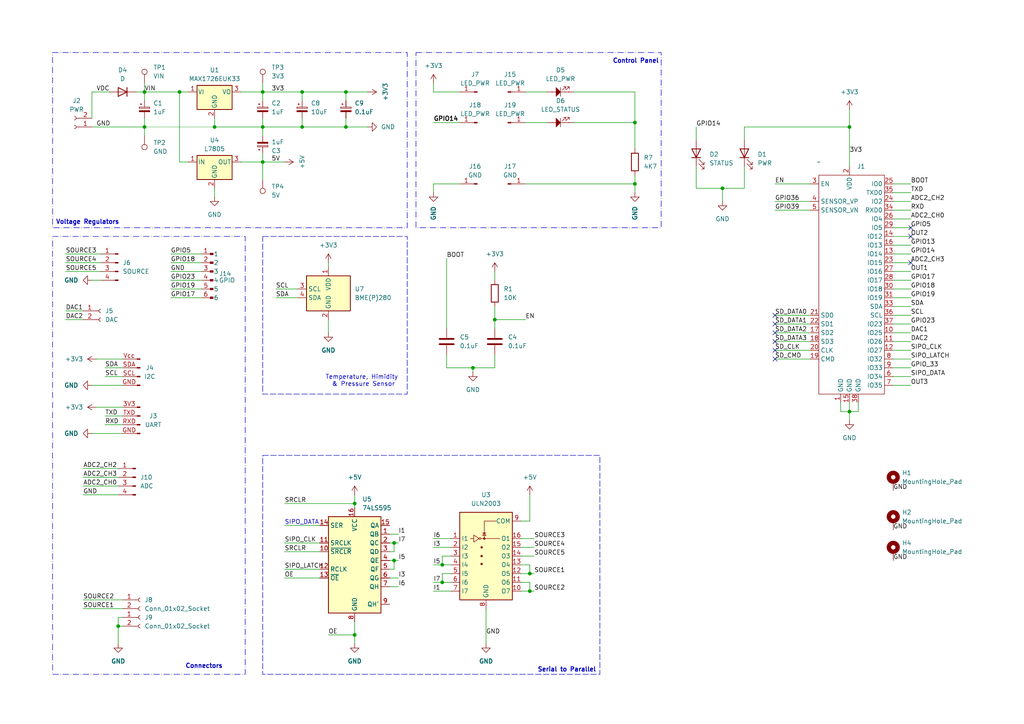
<source format=kicad_sch>
(kicad_sch (version 20231120) (generator "eeschema") (generator_version "8.0")
  (paper "A4")
  (junction (at 595.63 139.7))
  (junction (at 102.87 184.15))
  (junction (at 87.63 26.67))
  (junction (at 388.62 22.86))
  (junction (at 62.23 36.83))
  (junction (at 153.67 166.37))
  (junction (at 76.2 36.83))
  (junction (at 184.15 35.56))
  (junction (at 358.14 30.48))
  (junction (at 153.67 171.45))
  (junction (at 128.27 168.91))
  (junction (at 100.33 36.83))
  (junction (at 595.63 116.84))
  (junction (at 595.63 132.08))
  (junction (at 595.63 124.46))
  (junction (at 246.38 36.83))
  (junction (at 41.91 36.83))
  (junction (at 52.07 26.67))
  (junction (at 478.79 156.21))
  (junction (at 76.2 46.99))
  (junction (at 114.3 157.48))
  (junction (at 377.19 151.13))
  (junction (at 246.38 119.38))
  (junction (at 114.3 162.56))
  (junction (at 347.98 54.61))
  (junction (at 401.32 163.83))
  (junction (at 143.51 92.71))
  (junction (at 495.3 168.91))
  (junction (at 100.33 26.67))
  (junction (at 76.2 26.67))
  (junction (at 595.63 128.27))
  (junction (at 41.91 26.67))
  (junction (at 87.63 36.83))
  (junction (at 102.87 146.05))
  (junction (at 184.15 53.34))
  (junction (at 449.58 99.06))
  (junction (at 495.3 156.21))
  (junction (at 137.16 106.68))
  (junction (at 358.14 22.86))
  (junction (at 209.55 54.61))
  (junction (at 595.63 135.89))
  (junction (at 374.65 30.48))
  (junction (at 595.63 120.65))
  (junction (at 128.27 163.83))
  (junction (at 34.29 181.61))
  (no_connect (at 224.79 96.52))
  (no_connect (at 224.79 104.14))
  (no_connect (at 361.95 113.03))
  (no_connect (at 224.79 99.06))
  (no_connect (at 264.16 66.04))
  (no_connect (at 264.16 76.2))
  (no_connect (at 264.16 68.58))
  (no_connect (at 224.79 93.98))
  (no_connect (at 224.79 101.6))
  (no_connect (at 224.79 91.44))
  (wire (pts (xy 478.79 168.91) (xy 476.25 168.91)))
  (wire (pts (xy 114.3 162.56) (xy 114.3 165.1)))
  (wire (pts (xy 259.08 58.42) (xy 264.16 58.42)))
  (wire (pts (xy 62.23 54.61) (xy 62.23 57.15)))
  (wire (pts (xy 52.07 26.67) (xy 54.61 26.67)))
  (wire (pts (xy 588.01 135.89) (xy 595.63 135.89)))
  (wire (pts (xy 558.8 53.34) (xy 568.96 53.34)))
  (wire (pts (xy 113.03 162.56) (xy 114.3 162.56)))
  (wire (pts (xy 224.79 101.6) (xy 234.95 101.6)))
  (wire (pts (xy 34.29 179.07) (xy 34.29 181.61)))
  (wire (pts (xy 30.48 109.22) (xy 35.56 109.22)))
  (wire (pts (xy 151.13 171.45) (xy 153.67 171.45)))
  (wire (pts (xy 41.91 36.83) (xy 62.23 36.83)) (stroke (width 0.0254)))
  (wire (pts (xy 558.8 55.88) (xy 568.96 55.88)))
  (wire (pts (xy 358.14 171.45) (xy 361.95 171.45)))
  (wire (pts (xy 102.87 180.34) (xy 102.87 184.15)))
  (wire (pts (xy 82.55 157.48) (xy 92.71 157.48)))
  (wire (pts (xy 572.77 120.65) (xy 580.39 120.65)))
  (wire (pts (xy 184.15 26.67) (xy 184.15 35.56)))
  (wire (pts (xy 615.95 24.13) (xy 622.3 24.13)))
  (wire (pts (xy 588.01 124.46) (xy 595.63 124.46)))
  (wire (pts (xy 184.15 50.8) (xy 184.15 53.34)))
  (wire (pts (xy 24.13 173.99) (xy 35.56 173.99)))
  (wire (pts (xy 129.54 106.68) (xy 137.16 106.68)))
  (wire (pts (xy 595.63 139.7) (xy 595.63 143.51)))
  (wire (pts (xy 41.91 26.67) (xy 52.07 26.67)))
  (wire (pts (xy 341.63 52.07) (xy 354.33 52.07)))
  (wire (pts (xy 259.08 63.5) (xy 264.16 63.5)))
  (wire (pts (xy 209.55 54.61) (xy 215.9 54.61)))
  (wire (pts (xy 588.01 120.65) (xy 595.63 120.65)))
  (wire (pts (xy 495.3 158.75) (xy 495.3 156.21)))
  (wire (pts (xy 377.19 151.13) (xy 382.27 151.13)))
  (wire (pts (xy 224.79 99.06) (xy 234.95 99.06)))
  (wire (pts (xy 54.61 46.99) (xy 52.07 46.99)))
  (wire (pts (xy 30.48 120.65) (xy 35.56 120.65)))
  (wire (pts (xy 508 91.44) (xy 515.62 91.44)))
  (wire (pts (xy 495.3 156.21) (xy 504.19 156.21)))
  (wire (pts (xy 623.57 62.23) (xy 635 62.23)))
  (wire (pts (xy 24.13 140.97) (xy 34.29 140.97)))
  (wire (pts (xy 401.32 142.24) (xy 401.32 146.05)))
  (wire (pts (xy 82.55 160.02) (xy 92.71 160.02)))
  (wire (pts (xy 246.38 31.75) (xy 246.38 36.83)))
  (wire (pts (xy 259.08 78.74) (xy 264.16 78.74)))
  (wire (pts (xy 128.27 163.83) (xy 130.81 163.83)))
  (wire (pts (xy 128.27 168.91) (xy 130.81 168.91)))
  (wire (pts (xy 259.08 81.28) (xy 264.16 81.28)))
  (wire (pts (xy 615.95 26.67) (xy 622.3 26.67)))
  (wire (pts (xy 615.95 19.05) (xy 622.3 19.05)))
  (wire (pts (xy 623.57 57.15) (xy 635 57.15)))
  (wire (pts (xy 353.06 22.86) (xy 358.14 22.86)))
  (wire (pts (xy 27.94 104.14) (xy 35.56 104.14)))
  (wire (pts (xy 153.67 171.45) (xy 154.94 171.45)))
  (wire (pts (xy 572.77 128.27) (xy 580.39 128.27)))
  (wire (pts (xy 125.73 156.21) (xy 130.81 156.21)))
  (wire (pts (xy 389.89 151.13) (xy 393.7 151.13)))
  (wire (pts (xy 452.12 95.25) (xy 452.12 99.06)))
  (wire (pts (xy 62.23 34.29) (xy 62.23 36.83)))
  (wire (pts (xy 100.33 36.83) (xy 106.68 36.83)))
  (wire (pts (xy 151.13 156.21) (xy 154.94 156.21)))
  (wire (pts (xy 29.21 78.74) (xy 19.05 78.74)))
  (wire (pts (xy 551.22 22.73) (xy 558.84 22.73)))
  (wire (pts (xy 243.84 119.38) (xy 246.38 119.38)))
  (wire (pts (xy 114.3 157.48) (xy 115.57 157.48)))
  (wire (pts (xy 125.73 26.67) (xy 125.73 24.13)))
  (wire (pts (xy 76.2 34.29) (xy 76.2 36.83)))
  (wire (pts (xy 29.21 73.66) (xy 19.05 73.66)))
  (wire (pts (xy 259.08 53.34) (xy 264.16 53.34)))
  (wire (pts (xy 87.63 26.67) (xy 87.63 29.21)))
  (wire (pts (xy 374.65 30.48) (xy 374.65 34.29)))
  (wire (pts (xy 49.53 81.28) (xy 58.42 81.28)))
  (wire (pts (xy 595.63 120.65) (xy 595.63 124.46)))
  (wire (pts (xy 153.67 151.13) (xy 151.13 151.13)))
  (wire (pts (xy 461.01 67.31) (xy 466.09 67.31)))
  (wire (pts (xy 201.93 36.83) (xy 201.93 40.64)))
  (wire (pts (xy 340.36 22.86) (xy 345.44 22.86)))
  (wire (pts (xy 49.53 83.82) (xy 58.42 83.82)))
  (wire (pts (xy 151.13 168.91) (xy 153.67 168.91)))
  (wire (pts (xy 26.67 81.28) (xy 29.21 81.28)))
  (wire (pts (xy 102.87 146.05) (xy 102.87 147.32)))
  (wire (pts (xy 595.63 128.27) (xy 595.63 132.08)))
  (wire (pts (xy 458.47 168.91) (xy 461.01 168.91)))
  (wire (pts (xy 595.63 116.84) (xy 595.63 120.65)))
  (wire (pts (xy 504.19 163.83) (xy 504.19 168.91)))
  (wire (pts (xy 631.19 8.89) (xy 631.19 12.7)))
  (wire (pts (xy 125.73 53.34) (xy 125.73 55.88)))
  (wire (pts (xy 234.95 53.34) (xy 224.79 53.34)))
  (wire (pts (xy 358.14 173.99) (xy 361.95 173.99)))
  (wire (pts (xy 166.37 35.56) (xy 184.15 35.56)))
  (wire (pts (xy 133.35 26.67) (xy 125.73 26.67)))
  (wire (pts (xy 102.87 143.51) (xy 102.87 146.05)))
  (wire (pts (xy 26.67 26.67) (xy 31.75 26.67)))
  (wire (pts (xy 243.84 116.84) (xy 243.84 119.38)))
  (wire (pts (xy 434.34 55.88) (xy 438.15 55.88)))
  (wire (pts (xy 588.01 132.08) (xy 595.63 132.08)))
  (wire (pts (xy 41.91 39.37) (xy 41.91 36.83)))
  (wire (pts (xy 19.05 90.17) (xy 24.13 90.17)))
  (wire (pts (xy 224.79 60.96) (xy 234.95 60.96)))
  (wire (pts (xy 504.19 161.29) (xy 506.73 161.29)))
  (wire (pts (xy 49.53 76.2) (xy 58.42 76.2)))
  (wire (pts (xy 34.29 181.61) (xy 35.56 181.61)))
  (wire (pts (xy 27.94 118.11) (xy 35.56 118.11)))
  (wire (pts (xy 41.91 26.67) (xy 41.91 29.21)))
  (wire (pts (xy 143.51 88.9) (xy 143.51 92.71)))
  (wire (pts (xy 143.51 92.71) (xy 152.4 92.71)))
  (wire (pts (xy 153.67 163.83) (xy 153.67 166.37)))
  (wire (pts (xy 259.08 106.68) (xy 264.16 106.68)))
  (wire (pts (xy 41.91 34.29) (xy 41.91 36.83)))
  (wire (pts (xy 209.55 58.42) (xy 209.55 54.61)))
  (wire (pts (xy 152.4 35.56) (xy 158.75 35.56)))
  (wire (pts (xy 224.79 93.98) (xy 234.95 93.98)))
  (wire (pts (xy 153.67 143.51) (xy 153.67 151.13)))
  (wire (pts (xy 24.13 176.53) (xy 35.56 176.53)))
  (wire (pts (xy 486.41 173.99) (xy 487.68 173.99)))
  (wire (pts (xy 224.79 91.44) (xy 234.95 91.44)))
  (wire (pts (xy 113.03 160.02) (xy 114.3 160.02)))
  (wire (pts (xy 361.95 118.11) (xy 373.38 118.11)))
  (wire (pts (xy 113.03 167.64) (xy 115.57 167.64)))
  (wire (pts (xy 215.9 48.26) (xy 215.9 54.61)))
  (wire (pts (xy 52.07 26.67) (xy 52.07 46.99)))
  (wire (pts (xy 259.08 101.6) (xy 264.16 101.6)))
  (wire (pts (xy 342.9 113.03) (xy 346.71 113.03)))
  (wire (pts (xy 35.56 179.07) (xy 34.29 179.07)))
  (wire (pts (xy 76.2 46.99) (xy 82.55 46.99)))
  (wire (pts (xy 41.91 24.13) (xy 41.91 26.67)))
  (wire (pts (xy 76.2 36.83) (xy 87.63 36.83)))
  (wire (pts (xy 588.01 128.27) (xy 595.63 128.27)))
  (wire (pts (xy 259.08 104.14) (xy 264.16 104.14)))
  (wire (pts (xy 152.4 26.67) (xy 158.75 26.67)))
  (wire (pts (xy 567.73 10.03) (xy 567.73 13.84)))
  (wire (pts (xy 151.13 161.29) (xy 154.94 161.29)))
  (wire (pts (xy 401.32 156.21) (xy 401.32 163.83)))
  (wire (pts (xy 631.19 33.02) (xy 631.19 35.56)))
  (wire (pts (xy 259.08 93.98) (xy 264.16 93.98)))
  (wire (pts (xy 461.01 69.85) (xy 466.09 69.85)))
  (wire (pts (xy 143.51 102.87) (xy 143.51 106.68)))
  (wire (pts (xy 215.9 36.83) (xy 215.9 40.64)))
  (wire (pts (xy 82.55 152.4) (xy 92.71 152.4)))
  (wire (pts (xy 504.19 156.21) (xy 504.19 161.29)))
  (wire (pts (xy 623.57 66.04) (xy 623.57 62.23)))
  (wire (pts (xy 80.01 86.36) (xy 86.36 86.36)))
  (wire (pts (xy 151.13 163.83) (xy 153.67 163.83)))
  (wire (pts (xy 35.56 111.76) (xy 26.67 111.76)))
  (wire (pts (xy 151.13 158.75) (xy 154.94 158.75)))
  (wire (pts (xy 495.3 156.21) (xy 478.79 156.21)))
  (wire (pts (xy 30.48 123.19) (xy 35.56 123.19)))
  (wire (pts (xy 476.25 173.99) (xy 478.79 173.99)))
  (wire (pts (xy 125.73 35.56) (xy 133.35 35.56)))
  (wire (pts (xy 87.63 26.67) (xy 100.33 26.67)))
  (wire (pts (xy 595.63 113.03) (xy 595.63 116.84)))
  (wire (pts (xy 201.93 54.61) (xy 209.55 54.61)))
  (wire (pts (xy 76.2 36.83) (xy 76.2 39.37)))
  (wire (pts (xy 259.08 55.88) (xy 264.16 55.88)))
  (wire (pts (xy 452.12 99.06) (xy 449.58 99.06)))
  (wire (pts (xy 259.08 99.06) (xy 264.16 99.06)))
  (wire (pts (xy 461.01 62.23) (xy 466.09 62.23)))
  (wire (pts (xy 143.51 92.71) (xy 143.51 95.25)))
  (wire (pts (xy 201.93 48.26) (xy 201.93 54.61)))
  (wire (pts (xy 102.87 184.15) (xy 102.87 186.69)))
  (wire (pts (xy 449.58 95.25) (xy 449.58 99.06)))
  (wire (pts (xy 448.31 27.94) (xy 448.31 31.75)))
  (wire (pts (xy 434.34 58.42) (xy 438.15 58.42)))
  (wire (pts (xy 551.22 20.19) (xy 558.84 20.19)))
  (wire (pts (xy 100.33 26.67) (xy 100.33 29.21)))
  (wire (pts (xy 623.57 59.69) (xy 635 59.69)))
  (wire (pts (xy 358.14 166.37) (xy 361.95 166.37)))
  (wire (pts (xy 358.14 24.13) (xy 358.14 22.86)))
  (wire (pts (xy 623.57 54.61) (xy 635 54.61)))
  (wire (pts (xy 388.62 30.48) (xy 374.65 30.48)))
  (wire (pts (xy 588.01 139.7) (xy 595.63 139.7)))
  (wire (pts (xy 62.23 36.83) (xy 76.2 36.83)))
  (wire (pts (xy 401.32 163.83) (xy 401.32 172.72)))
  (wire (pts (xy 358.14 168.91) (xy 361.95 168.91)))
  (wire (pts (xy 361.95 115.57) (xy 373.38 115.57)))
  (wire (pts (xy 259.08 86.36) (xy 264.16 86.36)))
  (wire (pts (xy 224.79 104.14) (xy 234.95 104.14)))
  (wire (pts (xy 561.34 48.26) (xy 568.96 48.26)))
  (wire (pts (xy 449.58 99.06) (xy 449.58 101.6)))
  (wire (pts (xy 76.2 29.21) (xy 76.2 26.67)))
  (wire (pts (xy 80.01 83.82) (xy 86.36 83.82)))
  (wire (pts (xy 259.08 60.96) (xy 264.16 60.96)))
  (wire (pts (xy 76.2 46.99) (xy 76.2 52.07)))
  (wire (pts (xy 342.9 30.48) (xy 358.14 30.48)))
  (wire (pts (xy 125.73 168.91) (xy 128.27 168.91)))
  (wire (pts (xy 572.77 135.89) (xy 580.39 135.89)))
  (wire (pts (xy 259.08 71.12) (xy 264.16 71.12)))
  (wire (pts (xy 259.08 88.9) (xy 264.16 88.9)))
  (wire (pts (xy 340.36 25.4) (xy 342.9 25.4)))
  (wire (pts (xy 341.63 49.53) (xy 347.98 49.53)))
  (wire (pts (xy 347.98 49.53) (xy 347.98 54.61)))
  (wire (pts (xy 26.67 36.83) (xy 41.91 36.83)))
  (wire (pts (xy 401.32 163.83) (xy 393.7 163.83)))
  (wire (pts (xy 24.13 138.43) (xy 34.29 138.43)))
  (wire (pts (xy 125.73 53.34) (xy 133.35 53.34)))
  (wire (pts (xy 558.8 58.42) (xy 558.8 55.88)))
  (wire (pts (xy 125.73 171.45) (xy 130.81 171.45)))
  (wire (pts (xy 377.19 142.24) (xy 377.19 151.13)))
  (wire (pts (xy 382.27 22.86) (xy 388.62 22.86)))
  (wire (pts (xy 572.77 116.84) (xy 580.39 116.84)))
  (wire (pts (xy 224.79 58.42) (xy 234.95 58.42)))
  (wire (pts (xy 495.3 179.07) (xy 495.3 182.88)))
  (wire (pts (xy 113.03 154.94) (xy 115.57 154.94)))
  (wire (pts (xy 35.56 125.73) (xy 26.67 125.73)))
  (wire (pts (xy 572.77 124.46) (xy 580.39 124.46)))
  (wire (pts (xy 259.08 76.2) (xy 264.16 76.2)))
  (wire (pts (xy 504.19 88.9) (xy 515.62 88.9)))
  (wire (pts (xy 100.33 34.29) (xy 100.33 36.83)))
  (wire (pts (xy 506.73 163.83) (xy 504.19 163.83)))
  (wire (pts (xy 327.66 113.03) (xy 335.28 113.03)))
  (wire (pts (xy 95.25 76.2) (xy 95.25 77.47)))
  (wire (pts (xy 49.53 86.36) (xy 58.42 86.36)))
  (wire (pts (xy 246.38 119.38) (xy 246.38 121.92)))
  (wire (pts (xy 259.08 68.58) (xy 264.16 68.58)))
  (wire (pts (xy 259.08 96.52) (xy 264.16 96.52)))
  (wire (pts (xy 595.63 135.89) (xy 595.63 139.7)))
  (wire (pts (xy 259.08 111.76) (xy 264.16 111.76)))
  (wire (pts (xy 478.79 156.21) (xy 478.79 168.91)))
  (wire (pts (xy 76.2 44.45) (xy 76.2 46.99)))
  (wire (pts (xy 125.73 158.75) (xy 130.81 158.75)))
  (wire (pts (xy 82.55 165.1) (xy 92.71 165.1)))
  (wire (pts (xy 246.38 36.83) (xy 246.38 48.26)))
  (wire (pts (xy 129.54 74.93) (xy 129.54 95.25)))
  (wire (pts (xy 572.77 139.7) (xy 580.39 139.7)))
  (wire (pts (xy 626.11 49.53) (xy 635 49.53)))
  (wire (pts (xy 384.81 163.83) (xy 386.08 163.83)))
  (wire (pts (xy 461.01 72.39) (xy 466.09 72.39)))
  (wire (pts (xy 344.17 123.19) (xy 344.17 118.11)))
  (wire (pts (xy 184.15 53.34) (xy 184.15 55.88)))
  (wire (pts (xy 153.67 168.91) (xy 153.67 171.45)))
  (wire (pts (xy 455.93 173.99) (xy 461.01 173.99)))
  (wire (pts (xy 69.85 46.99) (xy 76.2 46.99)))
  (wire (pts (xy 69.85 26.67) (xy 76.2 26.67)))
  (wire (pts (xy 388.62 29.21) (xy 388.62 30.48)))
  (wire (pts (xy 342.9 25.4) (xy 342.9 30.48)))
  (wire (pts (xy 347.98 54.61) (xy 347.98 60.96)))
  (wire (pts (xy 19.05 92.71) (xy 24.13 92.71)))
  (wire (pts (xy 34.29 181.61) (xy 34.29 186.69)))
  (wire (pts (xy 82.55 146.05) (xy 102.87 146.05)))
  (wire (pts (xy 248.92 119.38) (xy 246.38 119.38)))
  (wire (pts (xy 377.19 168.91) (xy 377.19 172.72)))
  (wire (pts (xy 341.63 54.61) (xy 347.98 54.61)))
  (wire (pts (xy 153.67 166.37) (xy 154.94 166.37)))
  (wire (pts (xy 440.69 168.91) (xy 450.85 168.91)))
  (wire (pts (xy 259.08 66.04) (xy 264.16 66.04)))
  (wire (pts (xy 113.03 157.48) (xy 114.3 157.48)))
  (wire (pts (xy 259.08 109.22) (xy 264.16 109.22)))
  (wire (pts (xy 358.14 163.83) (xy 361.95 163.83)))
  (wire (pts (xy 388.62 24.13) (xy 388.62 22.86)))
  (wire (pts (xy 623.57 52.07) (xy 635 52.07)))
  (wire (pts (xy 248.92 116.84) (xy 248.92 119.38)))
  (wire (pts (xy 588.01 113.03) (xy 595.63 113.03)))
  (wire (pts (xy 588.01 116.84) (xy 595.63 116.84)))
  (wire (pts (xy 34.29 135.89) (xy 24.13 135.89)))
  (wire (pts (xy 447.04 99.06) (xy 449.58 99.06)))
  (wire (pts (xy 558.8 50.8) (xy 568.96 50.8)))
  (wire (pts (xy 447.04 95.25) (xy 447.04 99.06)))
  (wire (pts (xy 184.15 35.56) (xy 184.15 43.18)))
  (wire (pts (xy 95.25 184.15) (xy 102.87 184.15)))
  (wire (pts (xy 259.08 83.82) (xy 264.16 83.82)))
  (wire (pts (xy 76.2 24.13) (xy 76.2 26.67)))
  (wire (pts (xy 130.81 166.37) (xy 128.27 166.37)))
  (wire (pts (xy 259.08 73.66) (xy 264.16 73.66)))
  (wire (pts (xy 130.81 161.29) (xy 128.27 161.29)))
  (wire (pts (xy 358.14 22.86) (xy 367.03 22.86)))
  (wire (pts (xy 388.62 22.86) (xy 396.24 22.86)))
  (wire (pts (xy 461.01 44.45) (xy 466.09 44.45)))
  (wire (pts (xy 358.14 30.48) (xy 374.65 30.48)))
  (wire (pts (xy 143.51 78.74) (xy 143.51 81.28)))
  (wire (pts (xy 495.3 166.37) (xy 495.3 168.91)))
  (wire (pts (xy 125.73 163.83) (xy 128.27 163.83)))
  (wire (pts (xy 87.63 34.29) (xy 87.63 36.83)))
  (wire (pts (xy 358.14 29.21) (xy 358.14 30.48)))
  (wire (pts (xy 49.53 73.66) (xy 58.42 73.66)))
  (wire (pts (xy 30.48 106.68) (xy 35.56 106.68)))
  (wire (pts (xy 259.08 91.44) (xy 264.16 91.44)))
  (wire (pts (xy 26.67 26.67) (xy 26.67 34.29)))
  (wire (pts (xy 615.95 21.59) (xy 622.3 21.59)))
  (wire (pts (xy 358.14 161.29) (xy 361.95 161.29)))
  (wire (pts (xy 152.4 53.34) (xy 184.15 53.34)))
  (wire (pts (xy 137.16 106.68) (xy 137.16 107.95)))
  (wire (pts (xy 24.13 143.51) (xy 34.29 143.51)))
  (wire (pts (xy 224.79 96.52) (xy 234.95 96.52)))
  (wire (pts (xy 377.19 151.13) (xy 377.19 158.75)))
  (wire (pts (xy 572.77 132.08) (xy 580.39 132.08)))
  (wire (pts (xy 128.27 161.29) (xy 128.27 163.83)))
  (wire (pts (xy 113.03 165.1) (xy 114.3 165.1)))
  (wire (pts (xy 113.03 170.18) (xy 115.57 170.18)))
  (wire (pts (xy 95.25 92.71) (xy 95.25 96.52)))
  (wire (pts (xy 567.73 29.08) (xy 567.73 34.16)))
  (wire (pts (xy 595.63 124.46) (xy 595.63 128.27)))
  (wire (pts (xy 129.54 102.87) (xy 129.54 106.68)))
  (wire (pts (xy 478.79 153.67) (xy 478.79 156.21)))
  (wire (pts (xy 151.13 166.37) (xy 153.67 166.37)))
  (wire (pts (xy 140.97 176.53) (xy 140.97 186.69)))
  (wire (pts (xy 76.2 26.67) (xy 87.63 26.67)))
  (wire (pts (xy 450.85 27.94) (xy 450.85 31.75)))
  (wire (pts (xy 49.53 78.74) (xy 58.42 78.74)))
  (wire (pts (xy 29.21 76.2) (xy 19.05 76.2)))
  (wire (pts (xy 344.17 118.11) (xy 346.71 118.11)))
  (wire (pts (xy 137.16 106.68) (xy 143.51 106.68)))
  (wire (pts (xy 215.9 36.83) (xy 246.38 36.83)))
  (wire (pts (xy 504.19 168.91) (xy 495.3 168.91)))
  (wire (pts (xy 114.3 162.56) (xy 115.57 162.56)))
  (wire (pts (xy 455.93 182.88) (xy 455.93 173.99)))
  (wire (pts (xy 128.27 166.37) (xy 128.27 168.91)))
  (wire (pts (xy 246.38 116.84) (xy 246.38 119.38)))
  (wire (pts (xy 595.63 132.08) (xy 595.63 135.89)))
  (wire (pts (xy 114.3 160.02) (xy 114.3 157.48)))
  (wire (pts (xy 580.39 113.03) (xy 572.77 113.03)))
  (wire (pts (xy 166.37 26.67) (xy 184.15 26.67)))
  (wire (pts (xy 87.63 36.83) (xy 100.33 36.83)))
  (wire (pts (xy 461.01 64.77) (xy 466.09 64.77)))
  (wire (pts (xy 100.33 26.67) (xy 106.68 26.67)))
  (wire (pts (xy 39.37 26.67) (xy 41.91 26.67)))
  (wire (pts (xy 82.55 167.64) (xy 92.71 167.64)))
  (rectangle (start 328.93 137.16) (end 412.75 186.69) (stroke (width 0) (type dash_dot)))
  (rectangle (start 76.2 132.08) (end 173.99 195.58) (stroke (width 0) (type dash)))
  (rectangle (start 15.24 68.58) (end 71.12 195.58) (stroke (width 0) (type dash_dot)))
  (rectangle (start 76.2 68.58) (end 118.11 114.3) (stroke (width 0) (type dash)))
  (rectangle (start 120.65 15.24) (end 191.77 66.04) (stroke (width 0) (type dash_dot)))
  (rectangle (start 15.24 15.24) (end 118.11 66.04) (stroke (width 0) (type dash_dot)))
  (text "Voltage Regulators" (at 25.4 63.754 0) (effects (font (size 1.27 1.27) (thickness 0.254) (bold yes)) (justify top)))
  (text "UART Programmer" (at 401.828 184.912 0) (effects (font (size 1.27 1.27))))
  (text "Control Panel " (at 184.912 17.78 0) (effects (font (size 1.27 1.27) (thickness 0.254) (bold yes))))
  (text "Connectors\n" (at 59.182 193.294 0) (effects (font (size 1.27 1.27) (thickness 0.254) (bold yes))))
  (text "Serial to Parallel" (at 172.974 195.072 0) (effects (font (size 1.27 1.27) (bold yes)) (justify right bottom)))
  (text "Temperature, Himidity \n& Pressure Sensor" (at 105.41 110.49 0) (effects (font (size 1.27 1.27))))
  (label "SIPO_DATA" (at 264.16 109.22 0))
  (label "VIN" (at 358.14 22.86 0))
  (label "SOURCE5" (at 154.94 161.29 0))
  (label "GND" (at 259.08 142.24 0))
  (label "SPI-SDA" (at 623.57 52.07 0))
  (label "12V" (at 508 91.44 0))
  (label "SOURCE3" (at 19.05 73.66 0))
  (label "SOURCE4" (at 19.05 76.2 0))
  (label "SD_DATA1" (at 224.79 93.98 0))
  (label "SOURCE1" (at 24.13 176.53 0))
  (label "I7" (at 115.57 157.48 0))
  (label "TXD" (at 361.95 166.37 0))
  (label "GPIO5" (at 264.16 66.04 0))
  (label "SOURCE5" (at 19.05 78.74 0))
  (label "RTS" (at 401.32 172.72 0))
  (label "ADC2_CH2" (at 264.16 58.42 0))
  (label "OUT1" (at 264.16 78.74 0))
  (label "SPI-SDO" (at 623.57 59.69 0))
  (label "GND" (at 508 88.9 0))
  (label "SPI-SCL" (at 466.09 62.23 0))
  (label "GPIO_33" (at 264.16 106.68 0))
  (label "I3" (at 115.57 167.64 0))
  (label "OUT2" (at 264.16 68.58 0))
  (label "3V3" (at 361.95 161.29 0))
  (label "SD_DATA0" (at 224.79 91.44 0))
  (label "QB-2" (at 572.77 116.84 180))
  (label "EN" (at 401.32 142.24 0))
  (label "D5" (at 615.95 24.13 0))
  (label "GPIO23" (at 264.16 93.98 0))
  (label "VDC" (at 27.94 26.67 0))
  (label "GPIO13" (at 264.16 71.12 0))
  (label "SCL" (at 80.01 83.82 0))
  (label "QD-2" (at 572.77 124.46 180))
  (label "SIPO_CLK" (at 82.55 157.48 0))
  (label "QF-2" (at 572.77 132.08 180))
  (label "SD_CLK" (at 224.79 101.6 0))
  (label "SPI-CSB" (at 623.57 57.15 0))
  (label "DAC2" (at 19.05 92.71 0))
  (label "OE" (at 95.25 184.15 0))
  (label "TXD" (at 264.16 55.88 0))
  (label "I1" (at 125.73 171.45 0))
  (label "BOOT" (at 129.54 74.93 0))
  (label "ADC2_CH2" (at 24.13 135.89 0))
  (label "SDA" (at 264.16 88.9 0))
  (label "D19" (at 615.95 26.67 0))
  (label "SD_CMD" (at 224.79 104.14 0))
  (label "ADC2_CH0" (at 24.13 140.97 0))
  (label "SD_DATA3" (at 224.79 99.06 0))
  (label "SIPO_LATCH" (at 82.55 165.1 0))
  (label "QA-2" (at 572.77 113.03 180))
  (label "I5" (at 115.57 162.56 0))
  (label "GPIO17" (at 264.16 81.28 0))
  (label "GPIO23" (at 49.53 81.28 0))
  (label "3V3" (at 450.85 27.94 0))
  (label "GPIO5" (at 49.53 73.66 0))
  (label "DTR" (at 377.19 142.24 0))
  (label "GPIO13" (at 440.69 168.91 0))
  (label "SD_DATA2" (at 224.79 96.52 0))
  (label "SDA-2" (at 551.22 22.73 0))
  (label "SPI-SCL" (at 623.57 54.61 0))
  (label "GND" (at 24.13 143.51 0))
  (label "EN" (at 152.4 92.71 0))
  (label "D18" (at 615.95 19.05 0))
  (label "RTS" (at 361.95 171.45 0))
  (label "D23" (at 615.95 21.59 0))
  (label "5V" (at 342.9 52.07 0))
  (label "SCL" (at 264.16 91.44 0))
  (label "SIPO_LATCH" (at 264.16 104.14 0))
  (label "GPIO18" (at 264.16 83.82 0))
  (label "GPIO14" (at 201.93 36.83 0))
  (label "GPIO14" (at 264.16 73.66 0))
  (label "V1-" (at 363.22 118.11 0))
  (label "BOOT" (at 377.19 172.72 0))
  (label "RX" (at 434.34 55.88 0))
  (label "RXD" (at 30.48 123.19 0))
  (label "GPIO27" (at 327.66 113.03 0))
  (label "SCL" (at 30.48 109.22 0))
  (label "GND" (at 361.95 163.83 0))
  (label "SIPO_CLK" (at 264.16 101.6 0))
  (label "GND" (at 49.53 78.74 0))
  (label "I6" (at 125.73 156.21 0))
  (label "3V3" (at 246.38 44.45 0))
  (label "QE-2" (at 572.77 128.27 180))
  (label "ADC2_CH3" (at 264.16 76.2 0))
  (label "SPI-SDO" (at 466.09 64.77 0))
  (label "OUT3" (at 264.16 111.76 0))
  (label "SCL-2" (at 558.8 53.34 0))
  (label "GPIO39" (at 224.79 60.96 0))
  (label "I5" (at 125.73 163.83 0))
  (label "SOURCE1" (at 154.94 166.37 0))
  (label "SPI-CSB" (at 466.09 44.45 0))
  (label "SPI-SDA" (at 466.09 72.39 0))
  (label "GND" (at 259.08 153.67 0))
  (label "GPIO17" (at 49.53 86.36 0))
  (label "GPIO18" (at 49.53 76.2 0))
  (label "SOURCE2" (at 154.94 171.45 0))
  (label "BOOT" (at 264.16 53.34 0))
  (label "RXD" (at 361.95 168.91 0))
  (label "SRCLR" (at 82.55 146.05 0))
  (label "SOURCE3" (at 154.94 156.21 0))
  (label "5V" (at 384.81 22.86 0))
  (label "DTR" (at 361.95 173.99 0))
  (label "ADC2_CH0" (at 264.16 63.5 0))
  (label "5V" (at 78.74 46.99 0))
  (label "ADC2_CH3" (at 24.13 138.43 0))
  (label "SCL-2" (at 551.22 20.19 0))
  (label "GND" (at 259.08 162.56 0))
  (label "VIN" (at 41.91 26.67 0))
  (label "SDA-2" (at 558.8 50.8 0))
  (label "DAC2" (at 264.16 99.06 0))
  (label "SDA" (at 80.01 86.36 0))
  (label "TX" (at 434.34 58.42 0))
  (label "QH-2" (at 572.77 139.7 180))
  (label "DAC1" (at 264.16 96.52 0))
  (label "3V3" (at 78.74 26.67 0))
  (label "OE" (at 82.55 167.64 0))
  (label "SDA" (at 30.48 106.68 0))
  (label "SRCLR" (at 82.55 160.02 0))
  (label "GPIO19" (at 49.53 83.82 0))
  (label "GPIO36" (at 224.79 58.42 0))
  (label "GPIO19" (at 264.16 86.36 0))
  (label "SCL-2" (at 466.09 69.85 0))
  (label "I3" (at 125.73 158.75 0))
  (label "GND" (at 27.94 36.83 0))
  (label "I1" (at 115.57 154.94 0))
  (label "V1+" (at 363.22 115.57 0))
  (label "DAC1" (at 19.05 90.17 0))
  (label "EN" (at 224.79 53.34 0))
  (label "VDC" (at 340.36 22.86 0))
  (label "I6" (at 115.57 170.18 0))
  (label "SIPO_DATA" (at 82.55 152.4 0))
  (label "QC-2" (at 572.77 120.65 180))
  (label "GND" (at 140.97 184.15 0))
  (label "GPIO14" (at 125.73 35.56 0) (effects (font (bold yes))))
  (label "SOURCE4" (at 154.94 158.75 0))
  (label "I7" (at 125.73 168.91 0))
  (label "GND" (at 347.98 30.48 0))
  (label "TXD" (at 30.48 120.65 0))
  (label "SDA-2" (at 466.09 67.31 0))
  (label "SOURCE2" (at 24.13 173.99 0))
  (label "RXD" (at 264.16 60.96 0))
  (label "QG-2" (at 572.77 135.89 180))
  (symbol (lib_id "Connector:Conn_01x02_Socket") (at 29.21 90.17 0) (unit 1)
    (property "Reference" "J5" (at 30.48 90.1699 0) (effects (justify left)))
    (property "Value" "DAC" (at 30.48 92.7099 0) (effects (justify left)))
    (property "Footprint" "Connector_PinSocket_2.54mm:PinSocket_1x02_P2.54mm_Vertical" (effects (hide yes)))
  )
  (symbol (lib_id "power:GND") (at 631.19 35.56 0) (unit 1)
    (property "Reference" "#PWR042" (effects (hide yes)))
    (property "Value" "GND" (at 631.19 40.64 0))
  )
  (symbol (lib_id "power:GND") (at 106.68 36.83 90) (unit 1)
    (property "Reference" "#PWR03" (effects (hide yes)))
    (property "Value" "GND" (at 110.49 36.8299 90) (effects (justify right)))
  )
  (symbol (lib_id "Device:R") (at 389.89 163.83 270) (unit 1) (on_board no)
    (property "Reference" "R3" (at 389.89 157.48 90))
    (property "Value" "10K" (at 389.89 160.02 90))
    (property "Footprint" "Resistor_SMD:R_1210_3225Metric_Pad1.30x2.65mm_HandSolder" (effects (hide yes)))
    (property "Description" "Resistor" (effects (hide yes)))
  )
  (symbol (lib_id "Connector:Conn_01x04_Pin") (at 39.37 138.43 0) (mirror y) (unit 1)
    (property "Reference" "J10" (at 40.64 138.4299 0) (effects (justify right)))
    (property "Value" "ADC" (at 40.64 140.9699 0) (effects (justify right)))
    (property "Footprint" "Connector_PinSocket_2.54mm:PinSocket_1x04_P2.54mm_Vertical" (effects (hide yes)))
  )
  (symbol (lib_name "+3V3_2") (lib_id "power:+3V3") (at 631.19 8.89 0) (unit 1)
    (property "Reference" "#PWR043" (effects (hide yes)))
    (property "Value" "+3V3" (at 631.19 5.08 0))
    (property "Description" "Power symbol creates a global label with name \"+3V3\"" (effects (hide yes)))
  )
  (symbol (lib_id "Device:LED") (at 584.2 135.89 180) (unit 1)
    (property "Reference" "D14" (at 585.7875 128.27 0))
    (property "Value" "PWR" (at 585.7875 130.81 0))
    (property "Footprint" "LED_SMD:LED_1210_3225Metric_Pad1.42x2.65mm_HandSolder" (effects (hide yes)))
    (property "Description" "Light emitting diode" (effects (hide yes)))
  )
  (symbol (lib_id "Device:C_Polarized_Small") (at 388.62 26.67 0) (mirror x) (unit 1)
    (property "Reference" "C7" (at 391.16 28.4861 0) (effects (justify left)))
    (property "Value" "1uF" (at 391.16 25.9461 0) (effects (justify left)))
    (property "Footprint" "Capacitor_THT:CP_Radial_D4.0mm_P2.00mm" (effects (hide yes)))
  )
  (symbol (lib_id "power:+3V3") (at 95.25 76.2 0) (unit 1)
    (property "Reference" "#PWR022" (effects (hide yes)))
    (property "Value" "+3V3" (at 95.25 71.12 0))
  )
  (symbol (lib_id "power:GND") (at 26.67 81.28 270) (unit 1)
    (property "Reference" "#PWR023" (effects (hide yes)))
    (property "Value" "GND" (at 22.86 81.28 90) (effects (font (bold yes)) (justify right)))
  )
  (symbol (lib_id "power:+3V3") (at 27.94 118.11 90) (unit 1)
    (property "Reference" "#PWR06" (effects (hide yes)))
    (property "Value" "+3V3" (at 24.13 118.1099 90) (effects (justify left)))
  )
  (symbol (lib_id "power:GND") (at 567.73 34.16 0) (unit 1)
    (property "Reference" "#PWR032" (effects (hide yes)))
    (property "Value" "GND" (at 567.73 39.24 0))
  )
  (symbol (lib_id "Device:LED") (at 584.2 124.46 180) (unit 1)
    (property "Reference" "D11" (at 585.7875 116.84 0))
    (property "Value" "PWR" (at 585.7875 119.38 0))
    (property "Footprint" "LED_SMD:LED_1210_3225Metric_Pad1.42x2.65mm_HandSolder" (effects (hide yes)))
    (property "Description" "Light emitting diode" (effects (hide yes)))
  )
  (symbol (lib_id "Alexander Symbol Library:BME(P)280") (at 96.52 87.63 0) (unit 1)
    (property "Reference" "U7" (at 102.87 83.8199 0) (effects (justify left)))
    (property "Value" "BME(P)280" (at 102.87 86.3599 0) (effects (justify left)))
    (property "Footprint" "Alexander Footprint Library:BME280_BMP280_I2C" (effects (hide yes)))
    (property "Description" "Absolute Barometric Pressure Sensor" (effects (hide yes)))
  )
  (symbol (lib_id "Device:LED") (at 201.93 44.45 90) (unit 1)
    (property "Reference" "D2" (at 205.74 44.7674 90) (effects (justify right)))
    (property "Value" "STATUS" (at 205.74 47.3074 90) (effects (justify right)))
    (property "Footprint" "LED_SMD:LED_1210_3225Metric_Pad1.42x2.65mm_HandSolder" (effects (hide yes)))
    (property "Description" "Light emitting diode" (effects (hide yes)))
  )
  (symbol (lib_id "Connector:Conn_01x01_Pin") (at 147.32 35.56 0) (mirror x) (unit 1)
    (property "Reference" "J19" (at 147.955 30.48 0))
    (property "Value" "LED_PWR" (at 147.955 33.02 0))
    (property "Footprint" "Alexander Footprint Library:Pad_1x01_P2.54_SMD" (effects (hide yes)))
    (property "Description" "Generic connector, single row, 01x01, script generated" (effects (hide yes)))
  )
  (symbol (lib_id "power:+3V3") (at 27.94 104.14 90) (unit 1)
    (property "Reference" "#PWR08" (effects (hide yes)))
    (property "Value" "+3V3" (at 24.13 104.14 90) (effects (justify left)))
  )
  (symbol (lib_id "Regulator_Linear:L7805") (at 374.65 22.86 0) (unit 1)
    (property "Reference" "U9" (at 374.65 16.51 0))
    (property "Value" "L7805" (at 374.65 19.05 0))
    (property "Footprint" "Alexander Footprint Library:LD1117" (effects (hide yes)))
    (property "Datasheet" "datasheets/Voltage-Regulator_L7805.pdf" (effects (hide yes)))
    (property "Description" "Voltage Regulator 1.5A Positive" (effects (hide yes)))
  )
  (symbol (lib_id "Alexander Symbol Library:BME(P)280") (at 569 24 0) (unit 1)
    (property "Reference" "U8" (at 575.35 20.1899 0) (effects (justify left)))
    (property "Value" "BME(P)280" (at 575.35 22.7299 0) (effects (justify left)))
    (property "Footprint" "Alexander Footprint Library:BME280_BMP280_I2C" (effects (hide yes)))
    (property "Description" "Absolute Barometric Pressure Sensor" (effects (hide yes)))
  )
  (symbol (lib_id "power:+3V3") (at 561.34 48.26 90) (unit 1)
    (property "Reference" "#PWR038" (effects (hide yes)))
    (property "Value" "+3V3" (at 557.53 48.26 90) (effects (justify left)))
  )
  (symbol (lib_id "power:+5V") (at 153.67 143.51 0) (unit 1)
    (property "Reference" "#PWR012" (effects (hide yes)))
    (property "Value" "+5V" (at 153.67 138.43 0))
  )
  (symbol (lib_id "Device:C_Polarized_Small") (at 87.63 31.75 0) (unit 1)
    (property "Reference" "C8" (at 90.17 29.9338 0) (effects (justify left)))
    (property "Value" "10uF" (at 90.17 32.4738 0) (effects (justify left)))
    (property "Footprint" "Capacitor_SMD:CP_Elec_3x5.3" (effects (hide yes)))
  )
  (symbol (lib_id "Transistor_Array:ULN2003") (at 140.97 161.29 0) (unit 1) (on_board no)
    (property "Reference" "U3" (at 140.97 143.51 0))
    (property "Value" "ULN2003" (at 140.97 146.05 0))
    (property "Footprint" "Package_DIP:DIP-16_W7.62mm" (effects (hide yes)))
    (property "Datasheet" "http://www.ti.com/lit/ds/symlink/uln2003a.pdf" (effects (hide yes)))
  )
  (symbol (lib_id "PCM_SL_Devices:LED_5mm") (at 162.56 26.67 0) (unit 1)
    (property "Reference" "D5" (at 162.56 20.32 0))
    (property "Value" "LED_PWR" (at 162.56 22.86 0))
    (property "Footprint" "LED_THT:LED_D5.0mm" (effects (hide yes)))
    (property "Description" "Common 5mm diameter LED" (effects (hide yes)))
  )
  (symbol (lib_id "Device:LED") (at 584.2 139.7 180) (unit 1)
    (property "Reference" "D15" (at 585.7875 132.08 0))
    (property "Value" "PWR" (at 585.7875 134.62 0))
    (property "Footprint" "LED_SMD:LED_1210_3225Metric_Pad1.42x2.65mm_HandSolder" (effects (hide yes)))
    (property "Description" "Light emitting diode" (effects (hide yes)))
  )
  (symbol (lib_id "Device:D") (at 495.3 162.56 270) (unit 1) (on_board no)
    (property "Reference" "D3" (at 497.84 161.2899 90) (effects (justify left)))
    (property "Value" "1N4007" (at 497.84 163.8299 90) (effects (justify left)))
    (property "Description" "Diode" (effects (hide yes)))
    (property "Sim.Device" "D" (effects (hide yes)))
    (property "Sim.Pins" "1=K 2=A" (effects (hide yes)))
  )
  (symbol (lib_id "Device:R") (at 386.08 151.13 270) (unit 1) (on_board no)
    (property "Reference" "R4" (at 386.08 144.78 90))
    (property "Value" "10K" (at 386.08 147.32 90))
    (property "Footprint" "Resistor_SMD:R_1210_3225Metric_Pad1.30x2.65mm_HandSolder" (effects (hide yes)))
    (property "Description" "Resistor" (effects (hide yes)))
  )
  (symbol (lib_name "Conn_SPI_1") (lib_id "Alexander Symbol Library:Conn_SPI") (at 640.08 67.31 0) (mirror y) (unit 1)
    (property "Reference" "J24" (at 639.445 45.72 0))
    (property "Value" "~" (at 639.445 48.26 0))
    (property "Footprint" "Alexander Footprint Library:Conn_SPI" (effects (hide yes)))
  )
  (symbol (lib_name "Conn_UART_1") (lib_id "Alexander_Library_Symbols:Conn_UART") (at 40.64 118.11 0) (mirror y) (unit 1)
    (property "Reference" "J3" (at 44.45 120.65 0))
    (property "Value" "UART" (at 44.45 123.19 0))
    (property "Footprint" "Alexander Footprints Library:Conn_UART" (effects (hide yes)))
  )
  (symbol (lib_id "Device:C_Polarized_Small") (at 76.2 41.91 0) (mirror x) (unit 1)
    (property "Reference" "C3" (at 78.74 43.7261 0) (effects (justify left)))
    (property "Value" "1uF" (at 78.74 41.1861 0) (effects (justify left)))
    (property "Footprint" "Capacitor_THT:CP_Radial_D4.0mm_P2.00mm" (effects (hide yes)))
  )
  (symbol (lib_id "Device:C_Polarized_Small") (at 41.91 31.75 0) (unit 1)
    (property "Reference" "C1" (at 44.45 29.9339 0) (effects (justify left)))
    (property "Value" "1uF" (at 44.45 32.4739 0) (effects (justify left)))
    (property "Footprint" "Capacitor_THT:CP_Radial_D4.0mm_P2.00mm" (effects (hide yes)))
  )
  (symbol (lib_id "Device:R") (at 339.09 113.03 90) (unit 1) (on_board no)
    (property "Reference" "R2" (at 339.09 106.68 90))
    (property "Value" "1K" (at 339.09 109.22 90))
    (property "Footprint" "Resistor_SMD:R_1210_3225Metric_Pad1.30x2.65mm_HandSolder" (effects (hide yes)))
  )
  (symbol (lib_name "GND_6") (lib_id "power:GND") (at 455.93 182.88 0) (unit 1)
    (property "Reference" "#PWR020" (effects (hide yes)))
    (property "Value" "GND" (at 455.93 187.96 0))
    (property "Description" "Power symbol creates a global label with name \"GND\" , ground" (effects (hide yes)))
  )
  (symbol (lib_name "GND_5") (lib_id "power:GND") (at 495.3 182.88 0) (unit 1)
    (property "Reference" "#PWR019" (effects (hide yes)))
    (property "Value" "GND" (at 495.3 187.96 0))
    (property "Description" "Power symbol creates a global label with name \"GND\" , ground" (effects (hide yes)))
  )
  (symbol (lib_name "+5V_2") (lib_id "power:+5V") (at 448.31 27.94 0) (unit 1)
    (property "Reference" "#PWR030" (effects (hide yes)))
    (property "Value" "+5V" (at 448.31 22.86 0))
    (property "Description" "Power symbol creates a global label with name \"+5V\"" (effects (hide yes)))
  )
  (symbol (lib_id "power:GND") (at 26.67 111.76 270) (unit 1)
    (property "Reference" "#PWR09" (effects (hide yes)))
    (property "Value" "GND" (at 22.86 111.76 90) (effects (font (bold yes)) (justify right)))
  )
  (symbol (lib_name "GND_4") (lib_id "power:GND") (at 102.87 186.69 0) (unit 1)
    (property "Reference" "#PWR016" (effects (hide yes)))
    (property "Value" "GND" (at 102.87 191.77 0) (effects (font (bold yes))))
    (property "Description" "Power symbol creates a global label with name \"GND\" , ground" (effects (hide yes)))
  )
  (symbol (lib_name "+5V_2") (lib_id "power:+5V") (at 567.73 10.03 0) (unit 1)
    (property "Reference" "#PWR031" (effects (hide yes)))
    (property "Value" "+5V" (at 567.73 4.95 0))
    (property "Description" "Power symbol creates a global label with name \"+5V\"" (effects (hide yes)))
  )
  (symbol (lib_id "power:GND") (at 26.67 125.73 270) (unit 1)
    (property "Reference" "#PWR07" (effects (hide yes)))
    (property "Value" "GND" (at 22.86 125.73 90) (effects (font (bold yes)) (justify right)))
  )
  (symbol (lib_id "74xx:74LS595") (at 102.87 162.56 0) (unit 1) (on_board no)
    (property "Reference" "U5" (at 105.0641 144.78 0) (effects (justify left)))
    (property "Value" "74LS595" (at 105.0641 147.32 0) (effects (justify left)))
    (property "Footprint" "Package_DIP:DIP-16_W7.62mm" (effects (hide yes)))
    (property "Datasheet" "http://www.ti.com/lit/gpn/sn74ls595" (effects (hide yes)))
    (property "Description" "8-bit serial in/out Shift Register 3-State Outputs" (effects (hide yes)))
  )
  (symbol (lib_id "Connector:Conn_01x01_Pin") (at 147.32 26.67 0) (mirror x) (unit 1)
    (property "Reference" "J15" (at 147.955 21.59 0))
    (property "Value" "LED_PWR" (at 147.955 24.13 0))
    (property "Footprint" "Alexander Footprint Library:Pad_1x01_P2.54_SMD" (effects (hide yes)))
    (property "Description" "Generic connector, single row, 01x01, script generated" (effects (hide yes)))
  )
  (symbol (lib_id "Connector:Conn_01x02_Socket") (at 378.46 115.57 0) (unit 1) (on_board no)
    (property "Reference" "J12" (at 379.73 115.5699 0) (effects (justify left)))
    (property "Value" "Conn_01x02_Socket" (at 379.73 118.1099 0) (effects (justify left)))
    (property "Footprint" "Connector_PinSocket_2.54mm:PinSocket_1x02_P2.54mm_Vertical" (effects (hide yes)))
    (property "Description" "Generic connector, single row, 01x02, script generated" (effects (hide yes)))
  )
  (symbol (lib_id "Mechanical:MountingHole_Pad") (at 259.08 151.13 0) (unit 1)
    (property "Reference" "H2" (at 261.62 148.59 0) (effects (justify left)))
    (property "Value" "MountingHole_Pad" (at 261.62 151.13 0) (effects (justify left)))
    (property "Footprint" "MountingHole:MountingHole_3mm" (effects (hide yes)))
  )
  (symbol (lib_id "power:GND") (at 140.97 186.69 0) (unit 1)
    (property "Reference" "#PWR010" (effects (hide yes)))
    (property "Value" "GND" (at 140.97 191.77 0) (effects (font (bold yes))))
  )
  (symbol (lib_name "GND_3") (lib_id "power:GND") (at 209.55 58.42 0) (unit 1)
    (property "Reference" "#PWR015" (effects (hide yes)))
    (property "Value" "GND" (at 209.55 63.5 0))
    (property "Description" "Power symbol creates a global label with name \"GND\" , ground" (effects (hide yes)))
  )
  (symbol (lib_id "Device:D") (at 349.25 22.86 180) (unit 1)
    (property "Reference" "D7" (at 349.25 16.51 0))
    (property "Value" "D" (at 349.25 19.05 0))
    (property "Footprint" "Diode_SMD:D_1210_3225Metric" (effects (hide yes)))
    (property "Description" "Diode" (effects (hide yes)))
    (property "Sim.Device" "D" (effects (hide yes)))
    (property "Sim.Pins" "1=K 2=A" (effects (hide yes)))
  )
  (symbol (lib_id "Connector:Conn_01x02_Socket") (at 40.64 179.07 0) (unit 1)
    (property "Reference" "J9" (at 41.91 179.07 0) (effects (justify left)))
    (property "Value" "Conn_01x02_Socket" (at 41.91 181.61 0) (effects (justify left)))
    (property "Footprint" "Alexander Footprints Library:Conn_Terminal_5mm" (effects (hide yes)))
  )
  (symbol (lib_id "Connector:Conn_01x04_Pin") (at 34.29 76.2 0) (mirror y) (unit 1)
    (property "Reference" "J6" (at 35.56 76.1999 0) (effects (justify right)))
    (property "Value" "SOURCE" (at 35.56 78.7399 0) (effects (justify right)))
    (property "Footprint" "Connector_PinSocket_2.54mm:PinSocket_1x04_P2.54mm_Vertical" (effects (hide yes)))
  )
  (symbol (lib_id "power:+3V3") (at 143.51 78.74 0) (unit 1)
    (property "Reference" "#PWR024" (effects (hide yes)))
    (property "Value" "+3V3" (at 143.51 73.66 0))
  )
  (symbol (lib_name "GND_7") (lib_id "power:GND") (at 374.65 34.29 0) (unit 1)
    (property "Reference" "#PWR033" (effects (hide yes)))
    (property "Value" "GND" (at 374.65 39.37 0))
    (property "Description" "Power symbol creates a global label with name \"GND\" , ground" (effects (hide yes)))
  )
  (symbol (lib_name "GND_3") (lib_id "power:GND") (at 137.16 107.95 0) (unit 1)
    (property "Reference" "#PWR025" (effects (hide yes)))
    (property "Value" "GND" (at 137.16 113.03 0))
    (property "Description" "Power symbol creates a global label with name \"GND\" , ground" (effects (hide yes)))
  )
  (symbol (lib_id "Device:C") (at 143.51 99.06 0) (unit 1)
    (property "Reference" "C4" (at 147.32 97.7899 0) (effects (justify left)))
    (property "Value" "0.1uF" (at 147.32 100.3299 0) (effects (justify left)))
    (property "Footprint" "Capacitor_SMD:CP_Elec_3x5.3" (effects (hide yes)))
    (property "Description" "Unpolarized capacitor" (effects (hide yes)))
  )
  (symbol (lib_name "GND_1") (lib_id "power:GND") (at 34.29 186.69 0) (unit 1)
    (property "Reference" "#PWR014" (effects (hide yes)))
    (property "Value" "GND" (at 34.29 191.77 0) (effects (font (bold yes))))
    (property "Description" "Power symbol creates a global label with name \"GND\" , ground" (effects (hide yes)))
  )
  (symbol (lib_name "GND_4") (lib_id "power:GND") (at 595.63 143.51 0) (unit 1)
    (property "Reference" "#PWR040" (effects (hide yes)))
    (property "Value" "GND" (at 595.63 148.59 0) (effects (font (bold yes))))
    (property "Description" "Power symbol creates a global label with name \"GND\" , ground" (effects (hide yes)))
  )
  (symbol (lib_name "+3V3_1") (lib_id "power:+3V3") (at 125.73 24.13 0) (unit 1)
    (property "Reference" "#PWR026" (effects (hide yes)))
    (property "Value" "+3V3" (at 125.73 19.05 0))
    (property "Description" "Power symbol creates a global label with name \"+3V3\"" (effects (hide yes)))
  )
  (symbol (lib_id "Device:D") (at 35.56 26.67 180) (unit 1)
    (property "Reference" "D4" (at 35.56 20.32 0))
    (property "Value" "D" (at 35.56 22.86 0))
    (property "Footprint" "Diode_SMD:D_1210_3225Metric" (effects (hide yes)))
    (property "Description" "Diode" (effects (hide yes)))
    (property "Sim.Device" "D" (effects (hide yes)))
    (property "Sim.Pins" "1=K 2=A" (effects (hide yes)))
  )
  (symbol (lib_id "Device:LED") (at 584.2 128.27 180) (unit 1)
    (property "Reference" "D12" (at 585.7875 120.65 0))
    (property "Value" "PWR" (at 585.7875 123.19 0))
    (property "Footprint" "LED_SMD:LED_1210_3225Metric_Pad1.42x2.65mm_HandSolder" (effects (hide yes)))
    (property "Description" "Light emitting diode" (effects (hide yes)))
  )
  (symbol (lib_id "Connector:TestPoint") (at 76.2 52.07 180) (unit 1)
    (property "Reference" "TP4" (at 78.74 54.1019 0) (effects (justify right)))
    (property "Value" "5V" (at 78.74 56.6419 0) (effects (justify right)))
    (property "Footprint" "TestPoint:TestPoint_Pad_D1.5mm" (effects (hide yes)))
    (property "Description" "test point" (effects (hide yes)))
  )
  (symbol (lib_id "PCM_SL_Devices:LED_5mm") (at 162.56 35.56 0) (unit 1)
    (property "Reference" "D6" (at 162.56 29.21 0))
    (property "Value" "LED_STATUS" (at 162.56 31.75 0))
    (property "Footprint" "LED_THT:LED_D5.0mm" (effects (hide yes)))
    (property "Description" "Common 5mm diameter LED" (effects (hide yes)))
  )
  (symbol (lib_id "Connector:Conn_01x02_Socket") (at 40.64 173.99 0) (unit 1)
    (property "Reference" "J8" (at 41.91 173.99 0) (effects (justify left)))
    (property "Value" "Conn_01x02_Socket" (at 41.91 176.53 0) (effects (justify left)))
    (property "Footprint" "Alexander Footprints Library:Conn_Terminal_5mm" (effects (hide yes)))
  )
  (symbol (lib_id "power:GND") (at 558.8 58.42 0) (unit 1)
    (property "Reference" "#PWR037" (effects (hide yes)))
    (property "Value" "GND" (at 558.8 62.23 90) (effects (font (bold yes)) (justify right)))
  )
  (symbol (lib_id "Alexander_Library_Symbols:PWR_SATA_Conn_01x04") (at 336.55 52.07 0) (unit 1) (exclude_from_sim yes)
    (property "Reference" "J25" (at 337.185 44.45 0))
    (property "Value" "PWR_SATA_Conn_01x04" (at 337.185 46.99 0))
    (property "Footprint" "Connector_PinSocket_2.54mm:PinSocket_1x04_P2.54mm_Vertical" (effects (hide yes)))
    (property "Description" "Generic connector, single row, 01x04, script generated" (effects (hide yes)))
  )
  (symbol (lib_id "Connector:Conn_01x02_Socket") (at 21.59 36.83 180) (unit 1)
    (property "Reference" "J2" (at 22.225 29.21 0))
    (property "Value" "PWR" (at 22.225 31.75 0))
    (property "Footprint" "Connector_PinSocket_2.54mm:PinSocket_1x02_P2.54mm_Vertical" (effects (hide yes)))
  )
  (symbol (lib_id "Regulator_Linear:L7805") (at 62.23 46.99 0) (unit 1)
    (property "Reference" "U4" (at 62.23 40.64 0))
    (property "Value" "L7805" (at 62.23 43.18 0))
    (property "Footprint" "Alexander Footprint Library:LD1117" (effects (hide yes)))
    (property "Datasheet" "datasheets/Voltage-Regulator_L7805.pdf" (effects (hide yes)))
    (property "Description" "Voltage Regulator 1.5A Positive" (effects (hide yes)))
  )
  (symbol (lib_id "Device:R") (at 184.15 46.99 0) (unit 1)
    (property "Reference" "R7" (at 186.69 45.7199 0) (effects (justify left)))
    (property "Value" "4K7" (at 186.69 48.2599 0) (effects (justify left)))
    (property "Footprint" "Resistor_SMD:R_1206_3216Metric_Pad1.30x1.75mm_HandSolder" (effects (hide yes)))
  )
  (symbol (lib_id "Connector:Conn_01x02_Socket") (at 335.28 25.4 180) (unit 1)
    (property "Reference" "J21" (at 335.915 17.78 0))
    (property "Value" "PWR" (at 335.915 20.32 0))
    (property "Footprint" "Connector_PinSocket_2.54mm:PinSocket_1x02_P2.54mm_Vertical" (effects (hide yes)))
  )
  (symbol (lib_id "Alexander_Library_Symbols:BME(P)280") (at 632.46 22.86 0) (unit 1)
    (property "Reference" "U10" (at 638.81 21.5899 0) (effects (justify left)))
    (property "Value" "BME(P)280" (at 638.81 24.1299 0) (effects (justify left)))
    (property "Footprint" "Alexander Footprint Library:BME280_BMP280_I2C" (effects (hide yes)))
    (property "Description" "Absolute Barometric Pressure Sensor" (effects (hide yes)))
  )
  (symbol (lib_id "Device:C_Polarized_Small") (at 100.33 31.75 0) (unit 1)
    (property "Reference" "C9" (at 102.87 29.9338 0) (effects (justify left)))
    (property "Value" "0.1uF" (at 102.87 32.4738 0) (effects (justify left)))
    (property "Footprint" "Capacitor_SMD:CP_Elec_3x5.3" (effects (hide yes)))
  )
  (symbol (lib_id "Device:LED") (at 215.9 44.45 90) (unit 1)
    (property "Reference" "D1" (at 219.71 44.7674 90) (effects (justify right)))
    (property "Value" "PWR" (at 219.71 47.3074 90) (effects (justify right)))
    (property "Footprint" "LED_SMD:LED_1210_3225Metric_Pad1.42x2.65mm_HandSolder" (effects (hide yes)))
    (property "Description" "Light emitting diode" (effects (hide yes)))
  )
  (symbol (lib_id "power:GND") (at 125.73 55.88 0) (unit 1)
    (property "Reference" "#PWR028" (effects (hide yes)))
    (property "Value" "GND" (at 125.73 59.69 90) (effects (font (bold yes)) (justify right)))
  )
  (symbol (lib_id "Simulation_SPICE:NPN") (at 398.78 151.13 0) (unit 1) (on_board no)
    (property "Reference" "Q1" (at 403.86 149.8599 0) (effects (justify left)))
    (property "Value" "NPN" (at 403.86 152.3999 0) (effects (justify left)))
    (property "Footprint" "Package_TO_SOT_THT:TO-92_Inline_W4.0mm_Horizontal_FlatSideDown" (effects (hide yes)))
    (property "Datasheet" "https://ngspice.sourceforge.io/docs/ngspice-html-manual/manual.xhtml#cha_BJTs" (effects (hide yes)))
    (property "Description" "Bipolar transistor symbol for simulation only, substrate tied to the emitter" (effects (hide yes)))
    (property "Sim.Device" "NPN" (effects (hide yes)))
    (property "Sim.Type" "GUMMELPOON" (effects (hide yes)))
    (property "Sim.Pins" "1=C 2=B 3=E" (effects (hide yes)))
  )
  (symbol (lib_id "Device:LED") (at 584.2 132.08 180) (unit 1)
    (property "Reference" "D13" (at 585.7875 124.46 0))
    (property "Value" "PWR" (at 585.7875 127 0))
    (property "Footprint" "LED_SMD:LED_1210_3225Metric_Pad1.42x2.65mm_HandSolder" (effects (hide yes)))
    (property "Description" "Light emitting diode" (effects (hide yes)))
  )
  (symbol (lib_name "+5V_2") (lib_id "power:+5V") (at 478.79 153.67 0) (unit 1)
    (property "Reference" "#PWR018" (effects (hide yes)))
    (property "Value" "+5V" (at 478.79 148.59 0))
    (property "Description" "Power symbol creates a global label with name \"+5V\"" (effects (hide yes)))
  )
  (symbol (lib_id "Device:R") (at 454.66 168.91 270) (unit 1) (on_board no)
    (property "Reference" "R5" (at 454.66 162.56 90))
    (property "Value" "470" (at 454.66 165.1 90))
    (property "Footprint" "Resistor_SMD:R_1206_3216Metric_Pad1.30x1.75mm_HandSolder" (effects (hide yes)))
    (property "Description" "Resistor" (effects (hide yes)))
  )
  (symbol (lib_id "Device:LED") (at 584.2 116.84 180) (unit 1)
    (property "Reference" "D9" (at 585.7875 109.22 0))
    (property "Value" "PWR" (at 585.7875 111.76 0))
    (property "Footprint" "LED_SMD:LED_1210_3225Metric_Pad1.42x2.65mm_HandSolder" (effects (hide yes)))
    (property "Description" "Light emitting diode" (effects (hide yes)))
  )
  (symbol (lib_name "+5V_2") (lib_id "power:+5V") (at 396.24 22.86 270) (unit 1)
    (property "Reference" "#PWR034" (effects (hide yes)))
    (property "Value" "+5V" (at 400.05 22.8599 90) (effects (justify left)))
    (property "Description" "Power symbol creates a global label with name \"+5V\"" (effects (hide yes)))
  )
  (symbol (lib_id "Connector:Conn_01x01_Pin") (at 138.43 35.56 180) (unit 1)
    (property "Reference" "J18" (at 137.795 30.48 0))
    (property "Value" "LED_PWR" (at 137.795 33.02 0))
    (property "Footprint" "Alexander Footprint Library:PinSocket_1x01_P2.54" (effects (hide yes)))
    (property "Description" "Generic connector, single row, 01x01, script generated" (effects (hide yes)))
  )
  (symbol (lib_id "power:GND") (at 62.23 57.15 0) (unit 1)
    (property "Reference" "#PWR013" (effects (hide yes)))
    (property "Value" "GND" (at 62.23 62.23 0))
  )
  (symbol (lib_id "Device:C_Polarized_Small") (at 76.2 31.75 0) (unit 1)
    (property "Reference" "C2" (at 78.74 29.9339 0) (effects (justify left)))
    (property "Value" "1uF" (at 78.74 32.4739 0) (effects (justify left)))
    (property "Footprint" "Capacitor_THT:CP_Radial_D4.0mm_P2.00mm" (effects (hide yes)))
  )
  (symbol (lib_id "Connector:Conn_01x02_Socket") (at 511.81 161.29 0) (unit 1) (on_board no)
    (property "Reference" "J11" (at 513.08 161.2899 0) (effects (justify left)))
    (property "Value" "Conn_01x02_Socket" (at 513.08 163.8299 0) (effects (justify left)))
    (property "Footprint" "Connector_PinSocket_2.54mm:PinSocket_1x02_P2.54mm_Vertical" (effects (hide yes)))
    (property "Description" "Generic connector, single row, 01x02, script generated" (effects (hide yes)))
  )
  (symbol (lib_id "Alexander_Library_Symbols:Conn_I2C_01x04") (at 574.04 50.8 0) (mirror y) (unit 1)
    (property "Reference" "J23" (at 576.834 50.8 0))
    (property "Value" "I2C" (at 576.834 53.34 0))
    (property "Footprint" "Alexander Footprint Library:Conn_I2C" (effects (hide yes)))
  )
  (symbol (lib_id "Connector:Conn_01x01_Pin") (at 138.43 26.67 180) (unit 1)
    (property "Reference" "J7" (at 137.795 21.59 0))
    (property "Value" "LED_PWR" (at 137.795 24.13 0))
    (property "Footprint" "Alexander Footprint Library:PinSocket_1x01_P2.54" (effects (hide yes)))
    (property "Description" "Generic connector, single row, 01x01, script generated" (effects (hide yes)))
  )
  (symbol (lib_id "power:+3V3") (at 246.38 31.75 0) (unit 1)
    (property "Reference" "#PWR02" (effects (hide yes)))
    (property "Value" "+3V3" (at 246.38 26.67 0))
  )
  (symbol (lib_id "Connector:TestPoint") (at 41.91 39.37 180) (unit 1)
    (property "Reference" "TP2" (at 44.45 41.4019 0) (effects (justify right)))
    (property "Value" "GND" (at 44.45 43.9419 0) (effects (justify right)))
    (property "Footprint" "TestPoint:TestPoint_Pad_D1.5mm" (effects (hide yes)))
    (property "Description" "test point" (effects (hide yes)))
  )
  (symbol (lib_name "+5V_2") (lib_id "power:+5V") (at 354.33 52.07 270) (unit 1)
    (property "Reference" "#PWR039" (effects (hide yes)))
    (property "Value" "+5V" (at 358.14 52.0699 90) (effects (justify left)))
    (property "Description" "Power symbol creates a global label with name \"+5V\"" (effects (hide yes)))
  )
  (symbol (lib_id "Simulation_SPICE:NPN") (at 379.73 163.83 180) (unit 1) (on_board no)
    (property "Reference" "Q2" (at 374.65 165.1001 0) (effects (justify left)))
    (property "Value" "NPN" (at 374.65 162.5601 0) (effects (justify left)))
    (property "Footprint" "Package_TO_SOT_THT:TO-92_Inline_W4.0mm_Horizontal_FlatSideDown" (effects (hide yes)))
    (property "Datasheet" "https://ngspice.sourceforge.io/docs/ngspice-html-manual/manual.xhtml#cha_BJTs" (effects (hide yes)))
    (property "Description" "Bipolar transistor symbol for simulation only, substrate tied to the emitter" (effects (hide yes)))
    (property "Sim.Device" "NPN" (effects (hide yes)))
    (property "Sim.Type" "GUMMELPOON" (effects (hide yes)))
    (property "Sim.Pins" "1=C 2=B 3=E" (effects (hide yes)))
  )
  (symbol (lib_id "Connector:Conn_01x01_Pin") (at 138.43 53.34 180) (unit 1)
    (property "Reference" "J16" (at 137.795 48.26 0))
    (property "Value" "GND" (at 137.795 50.8 0))
    (property "Footprint" "Alexander Footprint Library:PinSocket_1x01_P2.54" (effects (hide yes)))
    (property "Description" "Generic connector, single row, 01x01, script generated" (effects (hide yes)))
  )
  (symbol (lib_id "Simulation_SPICE:NPN") (at 492.76 173.99 0) (unit 1) (on_board no)
    (property "Reference" "Q3" (at 497.84 172.7199 0) (effects (justify left)))
    (property "Value" "2N3904" (at 497.84 175.2599 0) (effects (justify left)))
    (property "Footprint" "Package_TO_SOT_THT:TO-92" (effects (hide yes)))
    (property "Datasheet" "https://ngspice.sourceforge.io/docs/ngspice-html-manual/manual.xhtml#cha_BJTs" (effects (hide yes)))
    (property "Description" "Bipolar transistor symbol for simulation only, substrate tied to the emitter" (effects (hide yes)))
    (property "Sim.Device" "NPN" (effects (hide yes)))
    (property "Sim.Type" "GUMMELPOON" (effects (hide yes)))
    (property "Sim.Pins" "1=C 2=B 3=E" (effects (hide yes)))
  )
  (symbol (lib_id "power:+5V") (at 82.55 46.99 270) (unit 1)
    (property "Reference" "#PWR05" (effects (hide yes)))
    (property "Value" "+5V" (at 87.63 46.99 0))
  )
  (symbol (lib_id "power:GND") (at 449.58 101.6 0) (unit 1)
    (property "Reference" "#PWR029" (effects (hide yes)))
    (property "Value" "GND" (at 449.58 106.68 0))
  )
  (symbol (lib_id "Mechanical:MountingHole_Pad") (at 259.08 139.7 0) (unit 1)
    (property "Reference" "H1" (at 261.62 137.16 0) (effects (justify left)))
    (property "Value" "MountingHole_Pad" (at 261.62 139.7 0) (effects (justify left)))
    (property "Footprint" "MountingHole:MountingHole_3mm" (effects (hide yes)))
  )
  (symbol (lib_id "Alexander Symbol Library:ESP32-WROOM-32U-38pins") (at 440.69 92.71 0) (unit 1)
    (property "Reference" "J20" (at 453.0441 30.48 0) (effects (justify left)))
    (property "Value" "~" (at 454.3141 33.02 0) (effects (justify left)))
    (property "Footprint" "Alexander Footprint Library:Conn_ESP32_WROOM-DevKit-38pins" (effects (hide yes)))
    (property "Description" "Connector ESP32 WROOM 32D Module 38pins anthena" (effects (hide yes)))
  )
  (symbol (lib_id "Device:LED") (at 584.2 113.03 180) (unit 1)
    (property "Reference" "D8" (at 585.7875 105.41 0))
    (property "Value" "PWR" (at 585.7875 107.95 0))
    (property "Footprint" "LED_SMD:LED_1210_3225Metric_Pad1.42x2.65mm_HandSolder" (effects (hide yes)))
    (property "Description" "Light emitting diode" (effects (hide yes)))
  )
  (symbol (lib_id "Device:C") (at 129.54 99.06 0) (unit 1)
    (property "Reference" "C5" (at 133.35 97.7899 0) (effects (justify left)))
    (property "Value" "0.1uF" (at 133.35 100.3299 0) (effects (justify left)))
    (property "Footprint" "Capacitor_SMD:CP_Elec_3x5.3" (effects (hide yes)))
    (property "Description" "Unpolarized capacitor" (effects (hide yes)))
  )
  (symbol (lib_id "Connector:TestPoint") (at 41.91 24.13 0) (unit 1)
    (property "Reference" "TP1" (at 44.45 19.5579 0) (effects (justify left)))
    (property "Value" "VIN" (at 44.45 22.0979 0) (effects (justify left)))
    (property "Footprint" "TestPoint:TestPoint_Pad_D1.5mm" (effects (hide yes)))
    (property "Description" "test point" (effects (hide yes)))
  )
  (symbol (lib_id "Device:R") (at 482.6 173.99 270) (unit 1) (on_board no)
    (property "Reference" "R6" (at 482.6 167.64 90))
    (property "Value" "120" (at 482.6 170.18 90))
    (property "Footprint" "Resistor_SMD:R_1206_3216Metric_Pad1.30x1.75mm_HandSolder" (effects (hide yes)))
    (property "Description" "Resistor" (effects (hide yes)))
  )
  (symbol (lib_id "Regulator_Linear:LM78M05_TO220") (at 62.23 26.67 0) (unit 1)
    (property "Reference" "U1" (at 62.23 20.32 0))
    (property "Value" "MAX1726EUK33" (at 62.23 22.86 0))
    (property "Footprint" "Package_TO_SOT_SMD:SOT-223-3_TabPin2" (effects (hide yes)))
    (property "Datasheet" "https://www.onsemi.com/pub/Collateral/MC78M00-D.PDF" (effects (hide yes)))
  )
  (symbol (lib_id "Mechanical:MountingHole_Pad") (at 259.08 160.02 0) (unit 1)
    (property "Reference" "H4" (at 261.62 157.48 0) (effects (justify left)))
    (property "Value" "MountingHole_Pad" (at 261.62 160.02 0) (effects (justify left)))
    (property "Footprint" "MountingHole:MountingHole_3mm" (effects (hide yes)))
  )
  (symbol (lib_id "Isolator:4N35") (at 354.33 115.57 0) (unit 1) (on_board no)
    (property "Reference" "U2" (at 354.33 106.68 0))
    (property "Value" "4N35" (at 354.33 109.22 0))
    (property "Footprint" "Package_DIP:DIP-6_W7.62mm" (effects (hide yes)))
    (property "Datasheet" "https://www.vishay.com/docs/81181/4n35.pdf" (effects (hide yes)))
    (property "Description" "Optocoupler, Phototransistor Output, with Base Connection, Vce 70V, CTR 100%, Viso 5000V, DIP6" (effects (hide yes)))
  )
  (symbol (lib_id "Alexander_Library_Symbols:Conn_2x3") (at 60.96 71.12 0) (unit 1)
    (property "Reference" "J14" (at 63.5 79.3749 0) (effects (justify left)))
    (property "Value" "GPIO" (at 63.5 81.28 0) (effects (justify left)))
    (property "Footprint" "Alexander Footprint Library:CONN_2x3" (effects (hide yes)))
    (property "Description" "Connector 2x3" (effects (hide yes)))
  )
  (symbol (lib_id "power:+3V3") (at 106.68 26.67 270) (unit 1)
    (property "Reference" "#PWR04" (effects (hide yes)))
    (property "Value" "+3V3" (at 111.76 26.67 0))
  )
  (symbol (lib_id "power:+3V3") (at 626.11 49.53 90) (unit 1)
    (property "Reference" "#PWR044" (effects (hide yes)))
    (property "Value" "+3V3" (at 622.3 49.53 90) (effects (justify left)))
  )
  (symbol (lib_id "Device:LED") (at 584.2 120.65 180) (unit 1)
    (property "Reference" "D10" (at 585.7875 113.03 0))
    (property "Value" "PWR" (at 585.7875 115.57 0))
    (property "Footprint" "LED_SMD:LED_1210_3225Metric_Pad1.42x2.65mm_HandSolder" (effects (hide yes)))
    (property "Description" "Light emitting diode" (effects (hide yes)))
  )
  (symbol (lib_id "Connector:TestPoint") (at 76.2 24.13 0) (unit 1)
    (property "Reference" "TP3" (at 78.74 19.5579 0) (effects (justify left)))
    (property "Value" "3V3" (at 78.74 22.0979 0) (effects (justify left)))
    (property "Footprint" "TestPoint:TestPoint_Pad_D1.5mm" (effects (hide yes)))
    (property "Description" "test point" (effects (hide yes)))
  )
  (symbol (lib_id "Alexander_Library_Symbols:Conn_I2C_01x04") (at 40.64 106.68 0) (mirror y) (unit 1)
    (property "Reference" "J4" (at 43.434 106.68 0))
    (property "Value" "I2C" (at 43.434 109.22 0))
    (property "Footprint" "Alexander Footprints Library:Conn_I2C" (effects (hide yes)))
  )
  (symbol (lib_id "Isolator:PC817") (at 468.63 171.45 0) (unit 1) (on_board no)
    (property "Reference" "U6" (at 468.63 162.56 0))
    (property "Value" "PC817" (at 468.63 165.1 0))
    (property "Footprint" "Package_DIP:DIP-4_W7.62mm" (effects (hide yes)))
    (property "Datasheet" "http://www.soselectronic.cz/a_info/resource/d/pc817.pdf" (effects (hide yes)))
    (property "Description" "DC Optocoupler, Vce 35V, CTR 50-300%, DIP-4" (effects (hide yes)))
  )
  (symbol (lib_id "Device:C_Polarized_Small") (at 358.14 26.67 0) (unit 1)
    (property "Reference" "C6" (at 360.68 24.8539 0) (effects (justify left)))
    (property "Value" "1uF" (at 360.68 27.3939 0) (effects (justify left)))
    (property "Footprint" "Capacitor_THT:CP_Radial_D4.0mm_P2.00mm" (effects (hide yes)))
  )
  (symbol (lib_name "GND_5") (lib_id "power:GND") (at 95.25 96.52 0) (unit 1)
    (property "Reference" "#PWR021" (effects (hide yes)))
    (property "Value" "GND" (at 95.25 101.6 0) (effects (font (bold yes))))
    (property "Description" "Power symbol creates a global label with name \"GND\" , ground" (effects (hide yes)))
  )
  (symbol (lib_id "Device:R") (at 143.51 85.09 0) (unit 1)
    (property "Reference" "R1" (at 146.05 83.82 0) (effects (justify left)))
    (property "Value" "10K" (at 146.05 86.36 0) (effects (justify left)))
    (property "Footprint" "Resistor_SMD:R_1206_3216Metric_Pad1.30x1.75mm_HandSolder" (effects (hide yes)))
  )
  (symbol (lib_id "power:GND") (at 504.19 88.9 270) (unit 1)
    (property "Reference" "#PWR035" (effects (hide yes)))
    (property "Value" "GND" (at 500.38 88.9 90) (effects (font (bold yes)) (justify right)))
  )
  (symbol (lib_name "GND_7") (lib_id "power:GND") (at 347.98 60.96 0) (unit 1)
    (property "Reference" "#PWR036" (effects (hide yes)))
    (property "Value" "GND" (at 347.98 66.04 0))
    (property "Description" "Power symbol creates a global label with name \"GND\" , ground" (effects (hide yes)))
  )
  (symbol (lib_id "power:GND") (at 184.15 55.88 0) (unit 1)
    (property "Reference" "#PWR027" (effects (hide yes)))
    (property "Value" "GND" (at 184.15 59.69 90) (effects (font (bold yes)) (justify right)))
  )
  (symbol (lib_name "+5V_1") (lib_id "power:+5V") (at 102.87 143.51 0) (unit 1)
    (property "Reference" "#PWR017" (effects (hide yes)))
    (property "Value" "+5V" (at 102.87 138.43 0))
    (property "Description" "Power symbol creates a global label with name \"+5V\"" (effects (hide yes)))
  )
  (symbol (lib_name "Conn_01x04_Pin_1") (lib_id "Connector:Conn_01x04_Pin") (at 520.7 91.44 0) (mirror y) (unit 1)
    (property "Reference" "J22" (at 520.065 83.82 0))
    (property "Value" "Conn_01x04_Pin" (at 520.065 86.36 0))
    (property "Footprint" "Connector:FanPinHeader_1x04_P2.54mm_Vertical" (effects (hide yes)))
    (property "Description" "Generic connector, single row, 01x04, script generated" (effects (hide yes)))
  )
  (symbol (lib_id "Connector:Conn_01x01_Pin") (at 147.32 53.34 0) (mirror x) (unit 1)
    (property "Reference" "J17" (at 147.955 48.26 0))
    (property "Value" "GND" (at 147.955 50.8 0))
    (property "Footprint" "Alexander Footprint Library:Pad_1x01_P2.54_SMD" (effects (hide yes)))
    (property "Description" "Generic connector, single row, 01x01, script generated" (effects (hide yes)))
  )
  (symbol (lib_name "GND_2") (lib_id "power:GND") (at 344.17 123.19 0) (unit 1)
    (property "Reference" "#PWR011" (effects (hide yes)))
    (property "Value" "GND" (at 344.17 128.27 0))
    (property "Description" "Power symbol creates a global label with name \"GND\" , ground" (effects (hide yes)))
  )
  (symbol (lib_id "power:GND") (at 623.57 66.04 0) (unit 1)
    (property "Reference" "#PWR041" (effects (hide yes)))
    (property "Value" "GND" (at 623.57 69.85 90) (effects (font (bold yes)) (justify right)))
  )
  (symbol (lib_id "Connector:Conn_01x06_Socket") (at 353.06 166.37 0) (mirror y) (unit 1) (on_board no)
    (property "Reference" "J13" (at 351.79 166.3699 0) (effects (justify left)))
    (property "Value" "Conn_01x06_Socket" (at 351.79 168.9099 0) (effects (justify left)))
    (property "Footprint" "Connector_PinSocket_2.54mm:PinSocket_1x06_P2.54mm_Vertical" (effects (hide yes)))
    (property "Description" "Generic connector, single row, 01x06, script generated" (effects (hide yes)))
  )
  (symbol (lib_id "power:GND") (at 246.38 121.92 0) (unit 1)
    (property "Reference" "#PWR01" (effects (hide yes)))
    (property "Value" "GND" (at 246.38 127 0))
  )
  (symbol (lib_id "Alexander_Library_Symbols:ESP32-WROOM-32D-SOCKET") (at 237.49 46.99 0) (unit 1)
    (property "Reference" "J1" (at 248.5741 48.26 0) (effects (justify left)))
    (property "Value" "~" (at 237.49 46.99 0))
    (property "Footprint" "Alexander Footprints Library:ESP32-WROOM-Adapter-Socket-2" (effects (hide yes)))
  )
  (sheet (at 318.77 -1.27) (size 354.33 3.81) (stroke (width 0.1524))
    (property "Sheetname" "Extras" (at 318.77 -1.9816 0) (show_name yes) (effects (justify left bottom)))
    (property "Sheetfile" "untitled.kicad_sch" (at 318.77 3.1246 0) (effects (justify left top)))
  )
)
</source>
